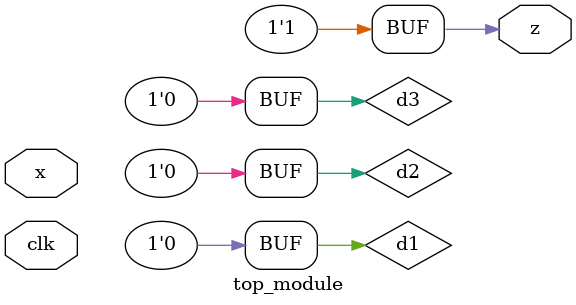
<source format=v>
module d_ff(input d ,input clk, output reg Q);
    always @(posedge clk) begin
        Q<=d;
    end
endmodule

module top_module (
    input clk,
    input x,
    output z
); 
    
    reg d1 =0;
    reg d2 =0;
    reg d3 =0;
    
    d_ff d_1((x^d1),clk,d1);
    d_ff d_2((x& ~d2),clk,d2);
    d_ff d_3((x| ~d3),clk,d3);
    
    assign z = ~(d1|d2|d3);

endmodule

</source>
